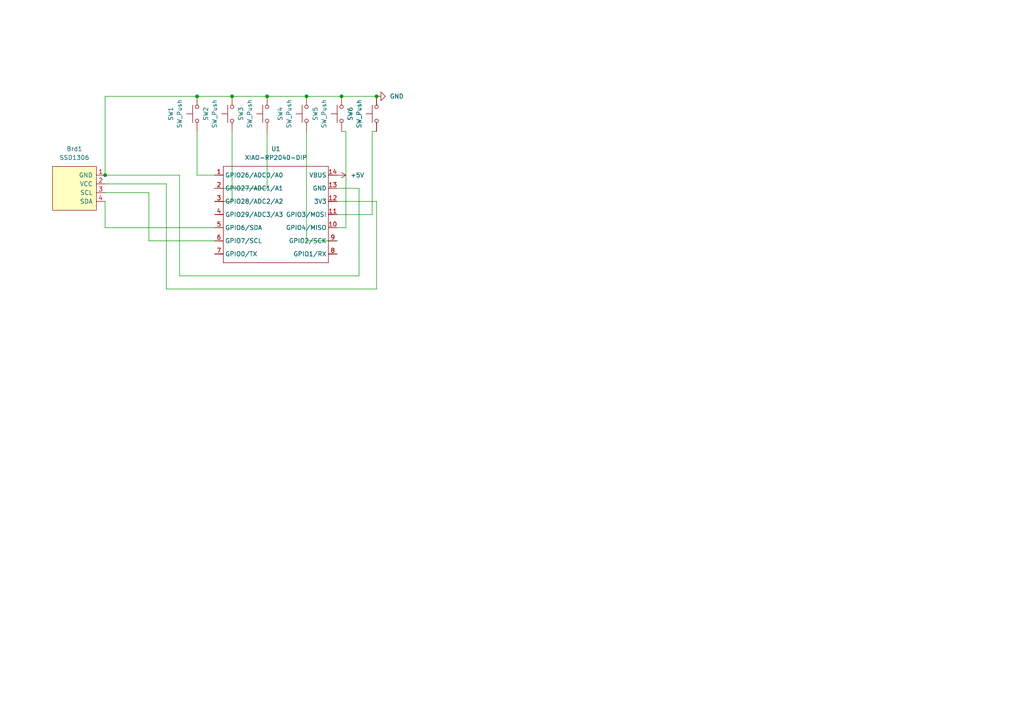
<source format=kicad_sch>
(kicad_sch (version 20250114) (generator "eeschema") (generator_version "9.0")
  (paper "A4")
  (lib_symbols
    (symbol "HackClub:XIAO-RP2040-DIP"
      (property "Reference" "U" (at 0 0 0))
      (property "Value" "XIAO-RP2040-DIP" (at 5.334 -1.778 0))
      (symbol "XIAO-RP2040-DIP_1_0"
        (polyline (pts (xy -1.27 -2.54) (xy 29.21 -2.54)) (stroke (width 0.1524)))
        (polyline (pts (xy -1.27 -5.08) (xy -2.54 -5.08)) (stroke (width 0.1524)))
        (polyline (pts (xy -1.27 -5.08) (xy -1.27 -2.54)) (stroke (width 0.1524)))
        (polyline (pts (xy -1.27 -8.89) (xy -2.54 -8.89)) (stroke (width 0.1524)))
        (polyline (pts (xy -1.27 -8.89) (xy -1.27 -5.08)) (stroke (width 0.1524)))
        (polyline (pts (xy -1.27 -12.7) (xy -2.54 -12.7)) (stroke (width 0.1524)))
        (polyline (pts (xy -1.27 -12.7) (xy -1.27 -8.89)) (stroke (width 0.1524)))
        (polyline (pts (xy -1.27 -16.51) (xy -2.54 -16.51)) (stroke (width 0.1524)))
        (polyline (pts (xy -1.27 -16.51) (xy -1.27 -12.7)) (stroke (width 0.1524)))
        (polyline (pts (xy -1.27 -20.32) (xy -2.54 -20.32)) (stroke (width 0.1524)))
        (polyline (pts (xy -1.27 -24.13) (xy -2.54 -24.13)) (stroke (width 0.1524)))
        (polyline (pts (xy -1.27 -27.94) (xy -2.54 -27.94)) (stroke (width 0.1524)))
        (polyline (pts (xy -1.27 -30.48) (xy -1.27 -16.51)) (stroke (width 0.1524)))
        (polyline (pts (xy 29.21 -2.54) (xy 29.21 -5.08)) (stroke (width 0.1524)))
        (polyline (pts (xy 29.21 -5.08) (xy 29.21 -8.89)) (stroke (width 0.1524)))
        (polyline (pts (xy 29.21 -8.89) (xy 29.21 -12.7)) (stroke (width 0.1524)))
        (polyline (pts (xy 29.21 -12.7) (xy 29.21 -30.48)) (stroke (width 0.1524)))
        (polyline (pts (xy 29.21 -30.48) (xy -1.27 -30.48)) (stroke (width 0.1524)))
        (polyline (pts (xy 30.48 -5.08) (xy 29.21 -5.08)) (stroke (width 0.1524)))
        (polyline (pts (xy 30.48 -8.89) (xy 29.21 -8.89)) (stroke (width 0.1524)))
        (polyline (pts (xy 30.48 -12.7) (xy 29.21 -12.7)) (stroke (width 0.1524)))
        (polyline (pts (xy 30.48 -16.51) (xy 29.21 -16.51)) (stroke (width 0.1524)))
        (polyline (pts (xy 30.48 -20.32) (xy 29.21 -20.32)) (stroke (width 0.1524)))
        (polyline (pts (xy 30.48 -24.13) (xy 29.21 -24.13)) (stroke (width 0.1524)))
        (polyline (pts (xy 30.48 -27.94) (xy 29.21 -27.94)) (stroke (width 0.1524)))
        (pin passive line (at -3.81 -5.08 0) (length 2.54) (name "GPIO26/ADC0/A0") (number "1"))
        (pin passive line (at -3.81 -8.89 0) (length 2.54) (name "GPIO27/ADC1/A1") (number "2"))
        (pin passive line (at -3.81 -12.7 0) (length 2.54) (name "GPIO28/ADC2/A2") (number "3"))
        (pin passive line (at -3.81 -16.51 0) (length 2.54) (name "GPIO29/ADC3/A3") (number "4"))
        (pin passive line (at -3.81 -20.32 0) (length 2.54) (name "GPIO6/SDA") (number "5"))
        (pin passive line (at -3.81 -24.13 0) (length 2.54) (name "GPIO7/SCL") (number "6"))
        (pin passive line (at -3.81 -27.94 0) (length 2.54) (name "GPIO0/TX") (number "7"))
        (pin passive line (at 31.75 -5.08 180) (length 2.54) (name "VBUS") (number "14"))
        (pin passive line (at 31.75 -8.89 180) (length 2.54) (name "GND") (number "13"))
        (pin passive line (at 31.75 -12.7 180) (length 2.54) (name "3V3") (number "12"))
        (pin passive line (at 31.75 -16.51 180) (length 2.54) (name "GPIO3/MOSI") (number "11"))
        (pin passive line (at 31.75 -20.32 180) (length 2.54) (name "GPIO4/MISO") (number "10"))
        (pin passive line (at 31.75 -24.13 180) (length 2.54) (name "GPIO2/SCK") (number "9"))
        (pin passive line (at 31.75 -27.94 180) (length 2.54) (name "GPIO1/RX") (number "8"))
      )
    )
    (symbol "OLED:SSD1306" (pin_names (offset 1.016))
      (property "Reference" "Brd" (at 0 -3.81 0))
      (property "Value" "SSD1306" (at 0 -1.27 0))
      (symbol "SSD1306_0_1"
        (rectangle (start -6.35 6.35) (end 6.35 -6.35) (fill (type background)))
      )
      (symbol "SSD1306_1_1"
        (pin input line (at -3.81 8.89 270) (length 2.54) (name "GND") (number "1"))
        (pin input line (at -1.27 8.89 270) (length 2.54) (name "VCC") (number "2"))
        (pin input line (at 1.27 8.89 270) (length 2.54) (name "SCL") (number "3"))
        (pin input line (at 3.81 8.89 270) (length 2.54) (name "SDA") (number "4"))
      )
    )
    (symbol "Switch:SW_Push" (pin_numbers (hide yes)) (pin_names (offset 1.016) (hide yes))
      (property "Reference" "SW" (at 1.27 2.54 0))
      (property "Value" "SW_Push" (at 0 -1.524 0))
      (symbol "SW_Push_0_1"
        (circle (center -2.032 0) (radius 0.508))
        (polyline (pts (xy 0 1.27) (xy 0 3.048)))
        (circle (center 2.032 0) (radius 0.508))
        (polyline (pts (xy 2.54 1.27) (xy -2.54 1.27)))
        (pin passive line (at -5.08 0 0) (length 2.54) (name "1") (number "1"))
        (pin passive line (at 5.08 0 180) (length 2.54) (name "2") (number "2"))
      )
    )
    (symbol "power:+5V" (power) (pin_numbers (hide yes)) (pin_names (offset 0) (hide yes))
      (property "Value" "+5V" (at 0 3.556 0))
      (symbol "+5V_0_1"
        (polyline (pts (xy -0.762 1.27) (xy 0 2.54)))
        (polyline (pts (xy 0 2.54) (xy 0.762 1.27)))
        (polyline (pts (xy 0 0) (xy 0 2.54)))
      )
      (symbol "+5V_1_1"
        (pin power_in line (at 0 0 90) (length 0) (name "~") (number "1"))
      )
    )
    (symbol "power:GND" (power) (pin_numbers (hide yes)) (pin_names (offset 0) (hide yes))
      (property "Value" "GND" (at 0 -3.81 0))
      (symbol "GND_0_1"
        (polyline (pts (xy 0 0) (xy 0 -1.27) (xy 1.27 -1.27) (xy 0 -2.54) (xy -1.27 -1.27) (xy 0 -1.27)))
      )
      (symbol "GND_1_1"
        (pin power_in line (at 0 0 270) (length 0) (name "~") (number "1"))
      )
    )
  )
  (junction (at 88.9 27.94))
  (junction (at 99.06 27.94))
  (junction (at 77.47 27.94))
  (junction (at 57.15 27.94))
  (junction (at 30.48 50.8))
  (junction (at 109.22 27.94))
  (junction (at 67.31 27.94))
  (wire (pts (xy 100.33 66.04) (xy 100.33 38.1)))
  (wire (pts (xy 77.47 27.94) (xy 88.9 27.94)))
  (wire (pts (xy 104.14 80.01) (xy 104.14 54.61)))
  (wire (pts (xy 62.23 50.8) (xy 57.15 50.8)))
  (wire (pts (xy 48.26 53.34) (xy 48.26 83.82)))
  (wire (pts (xy 52.07 80.01) (xy 104.14 80.01)))
  (wire (pts (xy 57.15 27.94) (xy 30.48 27.94)))
  (wire (pts (xy 67.31 27.94) (xy 77.47 27.94)))
  (wire (pts (xy 77.47 54.61) (xy 62.23 54.61)))
  (wire (pts (xy 67.31 58.42) (xy 62.23 58.42)))
  (wire (pts (xy 97.79 66.04) (xy 100.33 66.04)))
  (wire (pts (xy 67.31 38.1) (xy 67.31 58.42)))
  (wire (pts (xy 30.48 66.04) (xy 62.23 66.04)))
  (wire (pts (xy 57.15 50.8) (xy 57.15 38.1)))
  (wire (pts (xy 97.79 69.85) (xy 88.9 69.85)))
  (wire (pts (xy 100.33 38.1) (xy 99.06 38.1)))
  (wire (pts (xy 97.79 62.23) (xy 107.95 62.23)))
  (wire (pts (xy 30.48 55.88) (xy 43.18 55.88)))
  (wire (pts (xy 88.9 27.94) (xy 99.06 27.94)))
  (wire (pts (xy 30.48 50.8) (xy 52.07 50.8)))
  (wire (pts (xy 57.15 27.94) (xy 67.31 27.94)))
  (wire (pts (xy 107.95 62.23) (xy 107.95 38.1)))
  (wire (pts (xy 52.07 50.8) (xy 52.07 80.01)))
  (wire (pts (xy 30.48 58.42) (xy 30.48 66.04)))
  (wire (pts (xy 107.95 38.1) (xy 109.22 38.1)))
  (wire (pts (xy 109.22 58.42) (xy 109.22 83.82)))
  (wire (pts (xy 77.47 38.1) (xy 77.47 54.61)))
  (wire (pts (xy 104.14 54.61) (xy 97.79 54.61)))
  (wire (pts (xy 97.79 58.42) (xy 109.22 58.42)))
  (wire (pts (xy 99.06 27.94) (xy 109.22 27.94)))
  (wire (pts (xy 30.48 27.94) (xy 30.48 50.8)))
  (wire (pts (xy 30.48 53.34) (xy 48.26 53.34)))
  (wire (pts (xy 48.26 83.82) (xy 109.22 83.82)))
  (wire (pts (xy 88.9 69.85) (xy 88.9 38.1)))
  (wire (pts (xy 43.18 69.85) (xy 62.23 69.85)))
  (wire (pts (xy 43.18 55.88) (xy 43.18 69.85)))
  (symbol (lib_id "HackClub:XIAO-RP2040-DIP") (at 66.04 45.72 0) (unit 1)
    (property "Reference" "U1" (at 80.01 43.18 0))
    (property "Value" "XIAO-RP2040-DIP" (at 80.01 45.72 0))
    (property "Footprint" "HackClubFootprint:XIAO-RP2040-SMD" (effects (hide yes)))
  )
  (symbol (lib_id "OLED:SSD1306") (at 21.59 54.61 270) (unit 1)
    (property "Reference" "Brd1" (at 21.59 43.18 90))
    (property "Value" "SSD1306" (at 21.59 45.72 90))
    (property "Footprint" "OLED2:SSD1306-0.91-OLED-4pin-128x32" (effects (hide yes)))
    (property "Description" "SSD1306 OLED" (effects (hide yes)))
  )
  (symbol (lib_id "Switch:SW_Push") (at 67.31 33.02 90) (unit 1)
    (property "Reference" "SW2" (at 59.69 33.02 0))
    (property "Value" "SW_Push" (at 62.23 33.02 0))
    (property "Footprint" "Button_Switch_Keyboard:SW_Cherry_MX_1.00u3D_PCB" (effects (hide yes)))
    (property "Description" "Push button switch, generic, two pins" (effects (hide yes)))
  )
  (symbol (lib_id "power:+5V") (at 97.79 50.8 270) (unit 1)
    (property "Reference" "#PWR02" (effects (hide yes)))
    (property "Value" "+5V" (at 101.6 50.7999 90) (effects (justify left)))
    (property "Description" "Power symbol creates a global label with name \"+5V\"" (effects (hide yes)))
  )
  (symbol (lib_id "Switch:SW_Push") (at 109.22 33.02 90) (unit 1)
    (property "Reference" "SW6" (at 101.6 33.02 0))
    (property "Value" "SW_Push" (at 104.14 33.02 0))
    (property "Footprint" "Button_Switch_Keyboard:SW_Cherry_MX_1.00u3D_PCB" (effects (hide yes)))
    (property "Description" "Push button switch, generic, two pins" (effects (hide yes)))
  )
  (symbol (lib_id "power:GND") (at 109.22 27.94 90) (unit 1)
    (property "Reference" "#PWR01" (effects (hide yes)))
    (property "Value" "GND" (at 113.03 27.9399 90) (effects (justify right)))
    (property "Description" "Power symbol creates a global label with name \"GND\" , ground" (effects (hide yes)))
  )
  (symbol (lib_id "Switch:SW_Push") (at 88.9 33.02 90) (unit 1)
    (property "Reference" "SW4" (at 81.28 33.02 0))
    (property "Value" "SW_Push" (at 83.82 33.02 0))
    (property "Footprint" "Button_Switch_Keyboard:SW_Cherry_MX_1.00u3D_PCB" (effects (hide yes)))
    (property "Description" "Push button switch, generic, two pins" (effects (hide yes)))
  )
  (symbol (lib_id "Switch:SW_Push") (at 77.47 33.02 90) (unit 1)
    (property "Reference" "SW3" (at 69.85 33.02 0))
    (property "Value" "SW_Push" (at 72.39 33.02 0))
    (property "Footprint" "Button_Switch_Keyboard:SW_Cherry_MX_1.00u3D_PCB" (effects (hide yes)))
    (property "Description" "Push button switch, generic, two pins" (effects (hide yes)))
  )
  (symbol (lib_id "Switch:SW_Push") (at 57.15 33.02 90) (unit 1)
    (property "Reference" "SW1" (at 49.53 33.02 0))
    (property "Value" "SW_Push" (at 52.07 33.02 0))
    (property "Footprint" "Button_Switch_Keyboard:SW_Cherry_MX_1.00u3D_PCB" (effects (hide yes)))
    (property "Description" "Push button switch, generic, two pins" (effects (hide yes)))
  )
  (symbol (lib_id "Switch:SW_Push") (at 99.06 33.02 90) (unit 1)
    (property "Reference" "SW5" (at 91.44 33.02 0))
    (property "Value" "SW_Push" (at 93.98 33.02 0))
    (property "Footprint" "Button_Switch_Keyboard:SW_Cherry_MX_1.00u3D_PCB" (effects (hide yes)))
    (property "Description" "Push button switch, generic, two pins" (effects (hide yes)))
  )
)
</source>
